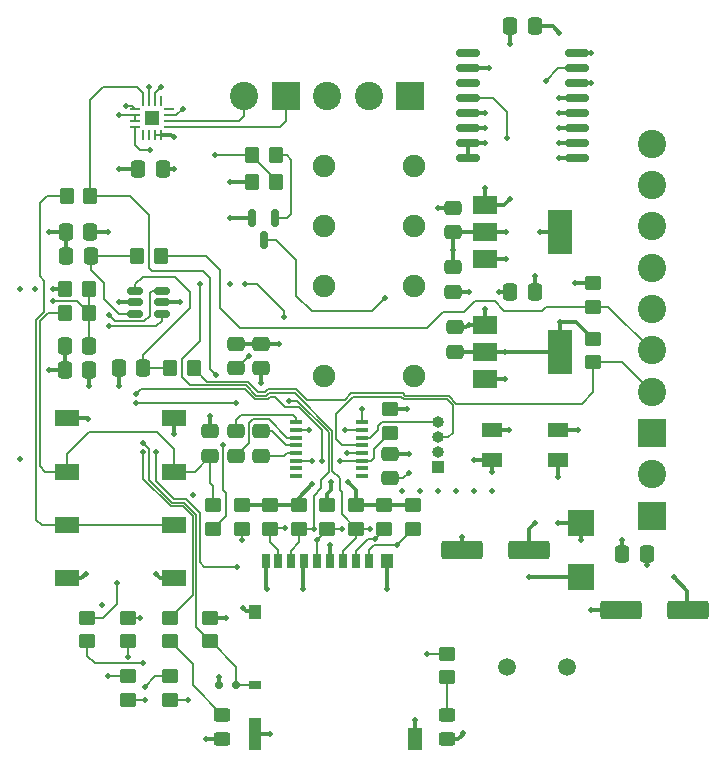
<source format=gbr>
%TF.GenerationSoftware,KiCad,Pcbnew,(7.0.0-0)*%
%TF.CreationDate,2023-06-26T00:58:40+02:00*%
%TF.ProjectId,door_bell,646f6f72-5f62-4656-9c6c-2e6b69636164,rev?*%
%TF.SameCoordinates,Original*%
%TF.FileFunction,Copper,L1,Top*%
%TF.FilePolarity,Positive*%
%FSLAX46Y46*%
G04 Gerber Fmt 4.6, Leading zero omitted, Abs format (unit mm)*
G04 Created by KiCad (PCBNEW (7.0.0-0)) date 2023-06-26 00:58:40*
%MOMM*%
%LPD*%
G01*
G04 APERTURE LIST*
G04 Aperture macros list*
%AMRoundRect*
0 Rectangle with rounded corners*
0 $1 Rounding radius*
0 $2 $3 $4 $5 $6 $7 $8 $9 X,Y pos of 4 corners*
0 Add a 4 corners polygon primitive as box body*
4,1,4,$2,$3,$4,$5,$6,$7,$8,$9,$2,$3,0*
0 Add four circle primitives for the rounded corners*
1,1,$1+$1,$2,$3*
1,1,$1+$1,$4,$5*
1,1,$1+$1,$6,$7*
1,1,$1+$1,$8,$9*
0 Add four rect primitives between the rounded corners*
20,1,$1+$1,$2,$3,$4,$5,0*
20,1,$1+$1,$4,$5,$6,$7,0*
20,1,$1+$1,$6,$7,$8,$9,0*
20,1,$1+$1,$8,$9,$2,$3,0*%
G04 Aperture macros list end*
%TA.AperFunction,ComponentPad*%
%ADD10C,1.905000*%
%TD*%
%TA.AperFunction,SMDPad,CuDef*%
%ADD11RoundRect,0.250000X0.450000X-0.350000X0.450000X0.350000X-0.450000X0.350000X-0.450000X-0.350000X0*%
%TD*%
%TA.AperFunction,SMDPad,CuDef*%
%ADD12R,1.300000X1.900000*%
%TD*%
%TA.AperFunction,SMDPad,CuDef*%
%ADD13R,1.000000X1.200000*%
%TD*%
%TA.AperFunction,SMDPad,CuDef*%
%ADD14R,1.000000X2.800000*%
%TD*%
%TA.AperFunction,SMDPad,CuDef*%
%ADD15R,1.000000X0.800000*%
%TD*%
%TA.AperFunction,SMDPad,CuDef*%
%ADD16R,0.700000X1.200000*%
%TD*%
%TA.AperFunction,ComponentPad*%
%ADD17C,1.500000*%
%TD*%
%TA.AperFunction,SMDPad,CuDef*%
%ADD18RoundRect,0.250000X-0.450000X0.350000X-0.450000X-0.350000X0.450000X-0.350000X0.450000X0.350000X0*%
%TD*%
%TA.AperFunction,SMDPad,CuDef*%
%ADD19R,1.700000X1.200000*%
%TD*%
%TA.AperFunction,SMDPad,CuDef*%
%ADD20RoundRect,0.250000X-0.475000X0.337500X-0.475000X-0.337500X0.475000X-0.337500X0.475000X0.337500X0*%
%TD*%
%TA.AperFunction,ComponentPad*%
%ADD21R,2.400000X2.400000*%
%TD*%
%TA.AperFunction,ComponentPad*%
%ADD22C,2.400000*%
%TD*%
%TA.AperFunction,SMDPad,CuDef*%
%ADD23RoundRect,0.250000X1.500000X0.550000X-1.500000X0.550000X-1.500000X-0.550000X1.500000X-0.550000X0*%
%TD*%
%TA.AperFunction,SMDPad,CuDef*%
%ADD24RoundRect,0.150000X-0.875000X-0.150000X0.875000X-0.150000X0.875000X0.150000X-0.875000X0.150000X0*%
%TD*%
%TA.AperFunction,SMDPad,CuDef*%
%ADD25R,2.100000X1.400000*%
%TD*%
%TA.AperFunction,SMDPad,CuDef*%
%ADD26RoundRect,0.250000X-0.337500X-0.475000X0.337500X-0.475000X0.337500X0.475000X-0.337500X0.475000X0*%
%TD*%
%TA.AperFunction,SMDPad,CuDef*%
%ADD27RoundRect,0.250000X0.337500X0.475000X-0.337500X0.475000X-0.337500X-0.475000X0.337500X-0.475000X0*%
%TD*%
%TA.AperFunction,SMDPad,CuDef*%
%ADD28RoundRect,0.150000X-0.150000X0.587500X-0.150000X-0.587500X0.150000X-0.587500X0.150000X0.587500X0*%
%TD*%
%TA.AperFunction,SMDPad,CuDef*%
%ADD29R,2.300000X2.300000*%
%TD*%
%TA.AperFunction,SMDPad,CuDef*%
%ADD30RoundRect,0.250000X-0.350000X-0.450000X0.350000X-0.450000X0.350000X0.450000X-0.350000X0.450000X0*%
%TD*%
%TA.AperFunction,SMDPad,CuDef*%
%ADD31RoundRect,0.150000X-0.512500X-0.150000X0.512500X-0.150000X0.512500X0.150000X-0.512500X0.150000X0*%
%TD*%
%TA.AperFunction,SMDPad,CuDef*%
%ADD32RoundRect,0.250000X0.475000X-0.337500X0.475000X0.337500X-0.475000X0.337500X-0.475000X-0.337500X0*%
%TD*%
%TA.AperFunction,SMDPad,CuDef*%
%ADD33R,2.000000X1.500000*%
%TD*%
%TA.AperFunction,SMDPad,CuDef*%
%ADD34R,2.000000X3.800000*%
%TD*%
%TA.AperFunction,SMDPad,CuDef*%
%ADD35RoundRect,0.250000X0.450000X-0.325000X0.450000X0.325000X-0.450000X0.325000X-0.450000X-0.325000X0*%
%TD*%
%TA.AperFunction,ComponentPad*%
%ADD36R,1.000000X1.000000*%
%TD*%
%TA.AperFunction,ComponentPad*%
%ADD37O,1.000000X1.000000*%
%TD*%
%TA.AperFunction,SMDPad,CuDef*%
%ADD38R,1.050000X0.450000*%
%TD*%
%TA.AperFunction,HeatsinkPad*%
%ADD39R,1.230000X1.230000*%
%TD*%
%TA.AperFunction,SMDPad,CuDef*%
%ADD40RoundRect,0.062500X-0.350000X-0.062500X0.350000X-0.062500X0.350000X0.062500X-0.350000X0.062500X0*%
%TD*%
%TA.AperFunction,SMDPad,CuDef*%
%ADD41RoundRect,0.062500X-0.062500X-0.350000X0.062500X-0.350000X0.062500X0.350000X-0.062500X0.350000X0*%
%TD*%
%TA.AperFunction,SMDPad,CuDef*%
%ADD42RoundRect,0.250000X0.350000X0.450000X-0.350000X0.450000X-0.350000X-0.450000X0.350000X-0.450000X0*%
%TD*%
%TA.AperFunction,SMDPad,CuDef*%
%ADD43RoundRect,0.150000X0.150000X0.200000X-0.150000X0.200000X-0.150000X-0.200000X0.150000X-0.200000X0*%
%TD*%
%TA.AperFunction,ViaPad*%
%ADD44C,0.500000*%
%TD*%
%TA.AperFunction,Conductor*%
%ADD45C,0.150000*%
%TD*%
%TA.AperFunction,Conductor*%
%ADD46C,0.300000*%
%TD*%
G04 APERTURE END LIST*
D10*
%TO.P,K1,1*%
%TO.N,Net-(D2-A)*%
X145791000Y-87107000D03*
%TO.P,K1,4*%
%TO.N,unconnected-(K1-Pad4)*%
X145791000Y-79487000D03*
%TO.P,K1,6*%
%TO.N,unconnected-(K1-Pad6)*%
X145791000Y-74407000D03*
%TO.P,K1,8*%
%TO.N,unconnected-(K1-Pad8)*%
X145791000Y-69327000D03*
%TO.P,K1,9*%
%TO.N,Net-(J3-Pin_3)*%
X138171000Y-69327000D03*
%TO.P,K1,11*%
%TO.N,Net-(J3-Pin_2)*%
X138171000Y-74407000D03*
%TO.P,K1,13*%
%TO.N,Net-(J3-Pin_1)*%
X138171000Y-79487000D03*
%TO.P,K1,16*%
%TO.N,+5V*%
X138171000Y-87107000D03*
%TD*%
D11*
%TO.P,R25,1*%
%TO.N,/~{S1_INPUT}*%
X160930000Y-85963000D03*
%TO.P,R25,2*%
%TO.N,+3V3*%
X160930000Y-83963000D03*
%TD*%
D12*
%TO.P,J5,11,SHIELD*%
%TO.N,GND*%
X145808599Y-117899599D03*
D13*
X143458599Y-102799599D03*
D14*
X132308599Y-117449599D03*
D13*
X132308599Y-107099599D03*
D15*
%TO.P,J5,10,DET_A*%
%TO.N,Net-(D4-A2)*%
X132308599Y-113299599D03*
D16*
%TO.P,J5,9,DET_B*%
%TO.N,GND*%
X133258599Y-102799599D03*
%TO.P,J5,8,DAT1*%
%TO.N,Net-(D5-A2)*%
X134208599Y-102799599D03*
%TO.P,J5,7,DAT0*%
%TO.N,/SPIMISO*%
X135308599Y-102799599D03*
%TO.P,J5,6,VSS*%
%TO.N,GND*%
X136408599Y-102799599D03*
%TO.P,J5,5,CLK*%
%TO.N,/SPICLK*%
X137508599Y-102799599D03*
%TO.P,J5,4,VDD*%
%TO.N,+3V3*%
X138608599Y-102799599D03*
%TO.P,J5,3,CMD*%
%TO.N,/SPIMOSI*%
X139708599Y-102799599D03*
%TO.P,J5,2,DAT3/CD*%
%TO.N,/SPICS*%
X140808599Y-102799599D03*
%TO.P,J5,1,DAT2*%
%TO.N,Net-(D12-A2)*%
X141908599Y-102799599D03*
%TD*%
D17*
%TO.P,F1,1*%
%TO.N,Net-(D1-Pad4)*%
X153670000Y-111760000D03*
%TO.P,F1,2*%
%TO.N,Net-(J1-Pin_2)*%
X158750000Y-111760000D03*
%TD*%
D18*
%TO.P,R21,1*%
%TO.N,+3V3*%
X143256000Y-98060000D03*
%TO.P,R21,2*%
%TO.N,/SPICS*%
X143256000Y-100060000D03*
%TD*%
%TO.P,R14,1*%
%TO.N,Net-(U6-IO22)*%
X125095000Y-112554000D03*
%TO.P,R14,2*%
%TO.N,/S1_RED*%
X125095000Y-114554000D03*
%TD*%
D19*
%TO.P,D1,1,+*%
%TO.N,+VDC*%
X152399999Y-91693999D03*
%TO.P,D1,2*%
%TO.N,Net-(J1-Pin_1)*%
X157987999Y-91693999D03*
%TO.P,D1,3,-*%
%TO.N,GND*%
X152399999Y-94233999D03*
%TO.P,D1,4*%
%TO.N,Net-(D1-Pad4)*%
X157987999Y-94233999D03*
%TD*%
D18*
%TO.P,R13,1*%
%TO.N,+3V3*%
X133604000Y-98044000D03*
%TO.P,R13,2*%
%TO.N,Net-(D5-A2)*%
X133604000Y-100044000D03*
%TD*%
D11*
%TO.P,R26,1*%
%TO.N,/~{S2_INPUT}*%
X160909000Y-81264000D03*
%TO.P,R26,2*%
%TO.N,+3V3*%
X160909000Y-79264000D03*
%TD*%
D18*
%TO.P,R12,1*%
%TO.N,Net-(U6-IO25)*%
X125095000Y-107585000D03*
%TO.P,R12,2*%
%TO.N,Net-(D8-A)*%
X125095000Y-109585000D03*
%TD*%
D20*
%TO.P,C9,1*%
%TO.N,+3V3*%
X130683000Y-84412000D03*
%TO.P,C9,2*%
%TO.N,Net-(U5-VS+)*%
X130683000Y-86487000D03*
%TD*%
D21*
%TO.P,J1,1,Pin_1*%
%TO.N,Net-(J1-Pin_1)*%
X165869999Y-98959999D03*
D22*
%TO.P,J1,2,Pin_2*%
%TO.N,Net-(J1-Pin_2)*%
X165870000Y-95460000D03*
%TD*%
D18*
%TO.P,R18,1*%
%TO.N,+3V3*%
X136017000Y-98060000D03*
%TO.P,R18,2*%
%TO.N,/SPIMISO*%
X136017000Y-100060000D03*
%TD*%
D23*
%TO.P,C2,1*%
%TO.N,+VDC*%
X168916000Y-106959400D03*
%TO.P,C2,2*%
%TO.N,GND*%
X163316000Y-106959400D03*
%TD*%
D24*
%TO.P,U4,1,32kHz*%
%TO.N,unconnected-(U4-32kHz-Pad1)*%
X150290000Y-59817000D03*
%TO.P,U4,2,V_{CC}*%
%TO.N,+3V3*%
X150290000Y-61087000D03*
%TO.P,U4,3,~{INT}/SQW*%
%TO.N,unconnected-(U4-~{INT}{slash}SQW-Pad3)*%
X150290000Y-62357000D03*
%TO.P,U4,4,~{RST}*%
%TO.N,Net-(U4-~{RST})*%
X150290000Y-63627000D03*
%TO.P,U4,5,NC*%
%TO.N,GND*%
X150290000Y-64897000D03*
%TO.P,U4,6,NC*%
X150290000Y-66167000D03*
%TO.P,U4,7,NC*%
X150290000Y-67437000D03*
%TO.P,U4,8,NC*%
X150290000Y-68707000D03*
%TO.P,U4,9,NC*%
X159590000Y-68707000D03*
%TO.P,U4,10,NC*%
X159590000Y-67437000D03*
%TO.P,U4,11,NC*%
X159590000Y-66167000D03*
%TO.P,U4,12,NC*%
X159590000Y-64897000D03*
%TO.P,U4,13,GND*%
X159590000Y-63627000D03*
%TO.P,U4,14,V_{BAT}*%
%TO.N,Net-(#FLG03-pwr)*%
X159590000Y-62357000D03*
%TO.P,U4,15,SDA*%
%TO.N,/SDA*%
X159590000Y-61087000D03*
%TO.P,U4,16,SCL*%
%TO.N,/SCL*%
X159590000Y-59817000D03*
%TD*%
D25*
%TO.P,SW2,1,1*%
%TO.N,GND*%
X125475999Y-104266999D03*
X116375999Y-104266999D03*
%TO.P,SW2,2,2*%
%TO.N,Net-(R7-Pad1)*%
X125475999Y-99766999D03*
X116375999Y-99766999D03*
%TD*%
D26*
%TO.P,C5,1*%
%TO.N,+VDC*%
X163406000Y-102235000D03*
%TO.P,C5,2*%
%TO.N,GND*%
X165481000Y-102235000D03*
%TD*%
D27*
%TO.P,C1,1*%
%TO.N,+VDC*%
X155977500Y-80010000D03*
%TO.P,C1,2*%
%TO.N,GND*%
X153902500Y-80010000D03*
%TD*%
D20*
%TO.P,C12,1*%
%TO.N,GND*%
X128524000Y-91821000D03*
%TO.P,C12,2*%
%TO.N,Net-(C12-Pad2)*%
X128524000Y-93896000D03*
%TD*%
D28*
%TO.P,Q1,1,B*%
%TO.N,Net-(Q1-B)*%
X133985000Y-73738500D03*
%TO.P,Q1,2,E*%
%TO.N,GND*%
X132085000Y-73738500D03*
%TO.P,Q1,3,C*%
%TO.N,Net-(D2-A)*%
X133035000Y-75613500D03*
%TD*%
D29*
%TO.P,D3,1,A1*%
%TO.N,GND*%
X159892999Y-104139999D03*
%TO.P,D3,2,A2*%
%TO.N,+VDC*%
X159892999Y-99567999D03*
%TD*%
D30*
%TO.P,R2,1*%
%TO.N,Net-(C12-Pad2)*%
X116221000Y-81788000D03*
%TO.P,R2,2*%
%TO.N,Net-(U6-EN)*%
X118221000Y-81788000D03*
%TD*%
D21*
%TO.P,J6,1,Pin_1*%
%TO.N,+3V3*%
X165869999Y-91949999D03*
D22*
%TO.P,J6,2,Pin_2*%
%TO.N,/~{S1_INPUT}*%
X165870000Y-88450000D03*
%TO.P,J6,3,Pin_3*%
%TO.N,/~{S2_INPUT}*%
X165870000Y-84950000D03*
%TO.P,J6,4,Pin_4*%
%TO.N,/S1_RED*%
X165870000Y-81450000D03*
%TO.P,J6,5,Pin_5*%
%TO.N,/S1_GREEN*%
X165870000Y-77950000D03*
%TO.P,J6,6,Pin_6*%
%TO.N,/S2_RED*%
X165870000Y-74450000D03*
%TO.P,J6,7,Pin_7*%
%TO.N,/S2_GREEN*%
X165870000Y-70950000D03*
%TO.P,J6,8,Pin_8*%
%TO.N,GND*%
X165870000Y-67450000D03*
%TD*%
D18*
%TO.P,R22,1*%
%TO.N,+3V3*%
X145669000Y-98044000D03*
%TO.P,R22,2*%
%TO.N,Net-(D12-A2)*%
X145669000Y-100044000D03*
%TD*%
D31*
%TO.P,U7,1*%
%TO.N,Net-(C19-Pad1)*%
X122179500Y-79949000D03*
%TO.P,U7,2,GND*%
%TO.N,GND*%
X122179500Y-80899000D03*
%TO.P,U7,3*%
%TO.N,Net-(C20-Pad1)*%
X122179500Y-81849000D03*
%TO.P,U7,4*%
%TO.N,Net-(U6-IO36)*%
X124454500Y-81849000D03*
%TO.P,U7,5,VCC*%
%TO.N,+3V3*%
X124454500Y-80899000D03*
%TO.P,U7,6*%
%TO.N,Net-(U6-IO39)*%
X124454500Y-79949000D03*
%TD*%
D18*
%TO.P,R4,1*%
%TO.N,+3V3*%
X143764000Y-89932000D03*
%TO.P,R4,2*%
%TO.N,Net-(U5-T1IN)*%
X143764000Y-91932000D03*
%TD*%
D32*
%TO.P,C8,1*%
%TO.N,+3V3*%
X149225000Y-85090000D03*
%TO.P,C8,2*%
%TO.N,GND*%
X149225000Y-83015000D03*
%TD*%
D18*
%TO.P,R16,1*%
%TO.N,Net-(U6-IO18)*%
X121539000Y-107585000D03*
%TO.P,R16,2*%
%TO.N,/S2_RED*%
X121539000Y-109585000D03*
%TD*%
D30*
%TO.P,R24,1*%
%TO.N,Net-(C20-Pad1)*%
X122317000Y-76962000D03*
%TO.P,R24,2*%
%TO.N,/~{S2_INPUT}*%
X124317000Y-76962000D03*
%TD*%
D27*
%TO.P,C15,1*%
%TO.N,Net-(U6-EN)*%
X118258500Y-84582000D03*
%TO.P,C15,2*%
%TO.N,GND*%
X116183500Y-84582000D03*
%TD*%
D33*
%TO.P,U1,1,GND*%
%TO.N,GND*%
X151789999Y-72629999D03*
%TO.P,U1,2,VO*%
%TO.N,+5V*%
X151789999Y-74929999D03*
D34*
X158089999Y-74929999D03*
D33*
%TO.P,U1,3,VI*%
%TO.N,+VDC*%
X151789999Y-77229999D03*
%TD*%
D18*
%TO.P,R11,1*%
%TO.N,Net-(U6-IO21)*%
X148590000Y-110633000D03*
%TO.P,R11,2*%
%TO.N,Net-(D7-A)*%
X148590000Y-112633000D03*
%TD*%
D30*
%TO.P,R23,1*%
%TO.N,Net-(C19-Pad1)*%
X125111000Y-86487000D03*
%TO.P,R23,2*%
%TO.N,/~{S1_INPUT}*%
X127111000Y-86487000D03*
%TD*%
D20*
%TO.P,C16,1*%
%TO.N,Net-(U5-C2+)*%
X132842000Y-91821000D03*
%TO.P,C16,2*%
%TO.N,Net-(U5-C2-)*%
X132842000Y-93896000D03*
%TD*%
D30*
%TO.P,R8,1*%
%TO.N,Net-(U6-IO12)*%
X132035000Y-68453000D03*
%TO.P,R8,2*%
%TO.N,Net-(Q1-B)*%
X134035000Y-68453000D03*
%TD*%
D35*
%TO.P,D8,1,K*%
%TO.N,GND*%
X129540000Y-117865000D03*
%TO.P,D8,2,A*%
%TO.N,Net-(D8-A)*%
X129540000Y-115815000D03*
%TD*%
D18*
%TO.P,R10,1*%
%TO.N,+3V3*%
X128524000Y-107585000D03*
%TO.P,R10,2*%
%TO.N,Net-(D4-A2)*%
X128524000Y-109585000D03*
%TD*%
D20*
%TO.P,C6,1*%
%TO.N,+5V*%
X149098000Y-77935000D03*
%TO.P,C6,2*%
%TO.N,GND*%
X149098000Y-80010000D03*
%TD*%
D36*
%TO.P,J4,1,Pin_1*%
%TO.N,GND*%
X147827999Y-94868999D03*
D37*
%TO.P,J4,2,Pin_2*%
%TO.N,unconnected-(J4-Pin_2-Pad2)*%
X147827999Y-93598999D03*
%TO.P,J4,3,Pin_3*%
%TO.N,Net-(J4-Pin_3)*%
X147827999Y-92328999D03*
%TO.P,J4,4,Pin_4*%
%TO.N,Net-(J4-Pin_4)*%
X147827999Y-91058999D03*
%TD*%
D23*
%TO.P,C7,1*%
%TO.N,+VDC*%
X155454000Y-101854000D03*
%TO.P,C7,2*%
%TO.N,GND*%
X149854000Y-101854000D03*
%TD*%
D35*
%TO.P,D7,1,K*%
%TO.N,GND*%
X148590000Y-117865000D03*
%TO.P,D7,2,A*%
%TO.N,Net-(D7-A)*%
X148590000Y-115815000D03*
%TD*%
D30*
%TO.P,R7,2*%
%TO.N,/BCLK*%
X118348000Y-71882000D03*
%TO.P,R7,1*%
%TO.N,Net-(R7-Pad1)*%
X116348000Y-71882000D03*
%TD*%
D38*
%TO.P,U5,1,C1+*%
%TO.N,Net-(U5-C1+)*%
X135781999Y-91043999D03*
%TO.P,U5,2,VS+*%
%TO.N,Net-(U5-VS+)*%
X135781999Y-91693999D03*
%TO.P,U5,3,C1-*%
%TO.N,Net-(U5-C1-)*%
X135781999Y-92343999D03*
%TO.P,U5,4,C2+*%
%TO.N,Net-(U5-C2+)*%
X135781999Y-92993999D03*
%TO.P,U5,5,C2-*%
%TO.N,Net-(U5-C2-)*%
X135781999Y-93643999D03*
%TO.P,U5,6,VS-*%
%TO.N,Net-(U5-VS-)*%
X135781999Y-94293999D03*
%TO.P,U5,7,T2OUT*%
%TO.N,unconnected-(U5-T2OUT-Pad7)*%
X135781999Y-94943999D03*
%TO.P,U5,8,R2IN*%
%TO.N,unconnected-(U5-R2IN-Pad8)*%
X135781999Y-95593999D03*
%TO.P,U5,9,R2OUT*%
%TO.N,unconnected-(U5-R2OUT-Pad9)*%
X141331999Y-95593999D03*
%TO.P,U5,10,T2IN*%
%TO.N,unconnected-(U5-T2IN-Pad10)*%
X141331999Y-94943999D03*
%TO.P,U5,11,T1IN*%
%TO.N,Net-(U5-T1IN)*%
X141331999Y-94293999D03*
%TO.P,U5,12,R1OUT*%
%TO.N,Net-(U5-R1OUT)*%
X141331999Y-93643999D03*
%TO.P,U5,13,R1IN*%
%TO.N,Net-(J4-Pin_3)*%
X141331999Y-92993999D03*
%TO.P,U5,14,T1OUT*%
%TO.N,Net-(J4-Pin_4)*%
X141331999Y-92343999D03*
%TO.P,U5,15,GND*%
%TO.N,GND*%
X141331999Y-91693999D03*
%TO.P,U5,16,VCC*%
%TO.N,+3V3*%
X141331999Y-91043999D03*
%TD*%
D39*
%TO.P,U2,*%
%TO.N,*%
X123570999Y-65277999D03*
D40*
%TO.P,U2,1,DIN*%
%TO.N,/DOUT*%
X122133500Y-64528000D03*
%TO.P,U2,2,GAIN_SLOT*%
%TO.N,GND*%
X122133500Y-65028000D03*
%TO.P,U2,3,GND*%
X122133500Y-65528000D03*
%TO.P,U2,4,~{SD_MODE}*%
%TO.N,/~{SD_MODE}*%
X122133500Y-66028000D03*
D41*
%TO.P,U2,5,NC*%
%TO.N,unconnected-(U2-NC-Pad5)*%
X122821000Y-66715500D03*
%TO.P,U2,6,NC*%
%TO.N,unconnected-(U2-NC-Pad6)*%
X123321000Y-66715500D03*
%TO.P,U2,7,VDD*%
%TO.N,+5V*%
X123821000Y-66715500D03*
%TO.P,U2,8,VDD*%
X124321000Y-66715500D03*
D40*
%TO.P,U2,9,OUTP*%
%TO.N,Net-(J2-Pin_1)*%
X125008500Y-66028000D03*
%TO.P,U2,10,OUTN*%
%TO.N,Net-(J2-Pin_2)*%
X125008500Y-65528000D03*
%TO.P,U2,11,GND*%
%TO.N,GND*%
X125008500Y-65028000D03*
%TO.P,U2,12,NC*%
%TO.N,unconnected-(U2-NC-Pad12)*%
X125008500Y-64528000D03*
D41*
%TO.P,U2,13,NC*%
%TO.N,unconnected-(U2-NC-Pad13)*%
X124321000Y-63840500D03*
%TO.P,U2,14,LRCLK*%
%TO.N,/LRCLK*%
X123821000Y-63840500D03*
%TO.P,U2,15,GND*%
%TO.N,GND*%
X123321000Y-63840500D03*
%TO.P,U2,16,BCLK*%
%TO.N,/BCLK*%
X122821000Y-63840500D03*
%TD*%
D18*
%TO.P,R17,1*%
%TO.N,Net-(U6-IO19)*%
X118110000Y-107585000D03*
%TO.P,R17,2*%
%TO.N,/S2_GREEN*%
X118110000Y-109585000D03*
%TD*%
D21*
%TO.P,J2,1,Pin_1*%
%TO.N,Net-(J2-Pin_1)*%
X134879999Y-63439999D03*
D22*
%TO.P,J2,2,Pin_2*%
%TO.N,Net-(J2-Pin_2)*%
X131380000Y-63440000D03*
%TD*%
D42*
%TO.P,R9,1*%
%TO.N,Net-(U6-IO12)*%
X134051000Y-70739000D03*
%TO.P,R9,2*%
%TO.N,GND*%
X132051000Y-70739000D03*
%TD*%
D18*
%TO.P,R19,1*%
%TO.N,+3V3*%
X138430000Y-98060000D03*
%TO.P,R19,2*%
%TO.N,/SPICLK*%
X138430000Y-100060000D03*
%TD*%
D27*
%TO.P,C19,1*%
%TO.N,Net-(C19-Pad1)*%
X122830500Y-86487000D03*
%TO.P,C19,2*%
%TO.N,GND*%
X120755500Y-86487000D03*
%TD*%
D21*
%TO.P,J3,1,Pin_1*%
%TO.N,Net-(J3-Pin_1)*%
X145429999Y-63439999D03*
D22*
%TO.P,J3,2,Pin_2*%
%TO.N,Net-(J3-Pin_2)*%
X141930000Y-63440000D03*
%TO.P,J3,3,Pin_3*%
%TO.N,Net-(J3-Pin_3)*%
X138430000Y-63440000D03*
%TD*%
D20*
%TO.P,C13,1*%
%TO.N,+3V3*%
X132842000Y-84412000D03*
%TO.P,C13,2*%
%TO.N,GND*%
X132842000Y-86487000D03*
%TD*%
D32*
%TO.P,C4,2*%
%TO.N,GND*%
X149098000Y-72876500D03*
%TO.P,C4,1*%
%TO.N,+5V*%
X149098000Y-74951500D03*
%TD*%
D18*
%TO.P,R15,1*%
%TO.N,Net-(U6-IO23)*%
X121539000Y-112554000D03*
%TO.P,R15,2*%
%TO.N,/S1_GREEN*%
X121539000Y-114554000D03*
%TD*%
D27*
%TO.P,C18,1*%
%TO.N,+3V3*%
X118364000Y-74930000D03*
%TO.P,C18,2*%
%TO.N,GND*%
X116289000Y-74930000D03*
%TD*%
%TO.P,C3,1*%
%TO.N,+5V*%
X124469500Y-69596000D03*
%TO.P,C3,2*%
%TO.N,GND*%
X122394500Y-69596000D03*
%TD*%
%TO.P,C14,1*%
%TO.N,GND*%
X155977500Y-57531000D03*
%TO.P,C14,2*%
%TO.N,+3V3*%
X153902500Y-57531000D03*
%TD*%
D11*
%TO.P,R1,1*%
%TO.N,Net-(U4-~{RST})*%
X128778000Y-100060000D03*
%TO.P,R1,2*%
%TO.N,Net-(C12-Pad2)*%
X128778000Y-98060000D03*
%TD*%
D32*
%TO.P,C17,1*%
%TO.N,Net-(U5-VS-)*%
X143764000Y-95801000D03*
%TO.P,C17,2*%
%TO.N,GND*%
X143764000Y-93726000D03*
%TD*%
D25*
%TO.P,SW1,2,2*%
%TO.N,Net-(C12-Pad2)*%
X125453999Y-95213999D03*
X116353999Y-95213999D03*
%TO.P,SW1,1,1*%
%TO.N,GND*%
X125453999Y-90713999D03*
X116353999Y-90713999D03*
%TD*%
D18*
%TO.P,R6,1*%
%TO.N,+3V3*%
X131191000Y-98060000D03*
%TO.P,R6,2*%
%TO.N,/SCL*%
X131191000Y-100060000D03*
%TD*%
D33*
%TO.P,U3,1,GND*%
%TO.N,GND*%
X151789999Y-82803999D03*
%TO.P,U3,2,VO*%
%TO.N,+3V3*%
X151789999Y-85103999D03*
D34*
X158089999Y-85103999D03*
D33*
%TO.P,U3,3,VI*%
%TO.N,+5V*%
X151789999Y-87403999D03*
%TD*%
D30*
%TO.P,R3,1*%
%TO.N,+3V3*%
X116230400Y-79730600D03*
%TO.P,R3,2*%
%TO.N,Net-(U6-EN)*%
X118230400Y-79730600D03*
%TD*%
D43*
%TO.P,D4,1,A1*%
%TO.N,GND*%
X129286000Y-113284000D03*
%TO.P,D4,2,A2*%
%TO.N,Net-(D4-A2)*%
X130686000Y-113284000D03*
%TD*%
D27*
%TO.P,C20,1*%
%TO.N,Net-(C20-Pad1)*%
X118385500Y-76962000D03*
%TO.P,C20,2*%
%TO.N,GND*%
X116310500Y-76962000D03*
%TD*%
D20*
%TO.P,C11,1*%
%TO.N,Net-(U5-C1+)*%
X130683000Y-91821000D03*
%TO.P,C11,2*%
%TO.N,Net-(U5-C1-)*%
X130683000Y-93896000D03*
%TD*%
D27*
%TO.P,C10,1*%
%TO.N,+3V3*%
X118258500Y-86614000D03*
%TO.P,C10,2*%
%TO.N,GND*%
X116183500Y-86614000D03*
%TD*%
D18*
%TO.P,R20,1*%
%TO.N,+3V3*%
X140843000Y-98060000D03*
%TO.P,R20,2*%
%TO.N,/SPIMOSI*%
X140843000Y-100060000D03*
%TD*%
D44*
%TO.N,Net-(#FLG03-pwr)*%
X160756600Y-62357000D03*
%TO.N,/SCL*%
X131191000Y-101041200D03*
%TO.N,+3V3*%
X137160000Y-96266000D03*
%TO.N,Net-(U5-T1IN)*%
X139522200Y-94310200D03*
X137972800Y-94310200D03*
X122250200Y-88620600D03*
%TO.N,Net-(U6-IO39)*%
X119938800Y-81991200D03*
%TO.N,Net-(U6-IO36)*%
X119938800Y-82931000D03*
%TO.N,Net-(U5-R1OUT)*%
X122250200Y-89408000D03*
X130708400Y-89408000D03*
%TO.N,Net-(U5-VS-)*%
X137160000Y-94294000D03*
%TO.N,Net-(U5-R1OUT)*%
X140106400Y-93649800D03*
%TO.N,Net-(U5-VS+)*%
X131800600Y-85394800D03*
X136855200Y-91694000D03*
%TO.N,/SPIMISO*%
X131470400Y-79349600D03*
X134721600Y-82118200D03*
X135153400Y-89204800D03*
%TO.N,+3V3*%
X138733100Y-96088200D03*
%TO.N,/SPICS*%
X130802595Y-103261500D03*
%TO.N,GND*%
X128143000Y-117856000D03*
X133553200Y-117449600D03*
%TO.N,+3V3*%
X127027039Y-97202307D03*
%TO.N,/SPICS*%
X123901200Y-93537700D03*
%TO.N,Net-(U6-IO25)*%
X122834400Y-93537700D03*
%TO.N,Net-(D2-A)*%
X143281400Y-80543400D03*
%TO.N,+3V3*%
X159394400Y-79264000D03*
%TO.N,/~{SD_MODE}*%
X123393200Y-67970400D03*
%TO.N,/DOUT*%
X121376100Y-64236600D03*
%TO.N,/LRCLK*%
X124333000Y-62687200D03*
%TO.N,/SPICLK*%
X137508600Y-100981400D03*
%TO.N,/SPICS*%
X142422500Y-100893500D03*
%TO.N,Net-(D12-A2)*%
X144290800Y-101422200D03*
%TO.N,/SPIMOSI*%
X142062200Y-100050600D03*
%TO.N,/SPICLK*%
X139674600Y-100076000D03*
%TO.N,/SPIMISO*%
X137261600Y-100050600D03*
%TO.N,Net-(D5-A2)*%
X134823200Y-100025200D03*
%TO.N,Net-(U5-VS-)*%
X145313400Y-95351600D03*
%TO.N,GND*%
X145313400Y-93726000D03*
X139877800Y-91694000D03*
%TO.N,Net-(U6-EN)*%
X115189000Y-80772000D03*
%TO.N,/SPIMOSI*%
X127660000Y-79349600D03*
%TO.N,+3V3*%
X140182600Y-96088200D03*
%TO.N,Net-(U6-IO12)*%
X128930400Y-68427600D03*
%TO.N,GND*%
X126161800Y-64490600D03*
%TO.N,/BCLK*%
X129006600Y-87045800D03*
%TO.N,Net-(D4-A2)*%
X122834400Y-92760800D03*
%TO.N,Net-(U6-IO18)*%
X122580400Y-107594400D03*
%TO.N,Net-(U6-IO19)*%
X120624600Y-104622600D03*
%TO.N,Net-(U6-IO22)*%
X122961400Y-113436400D03*
%TO.N,Net-(U6-IO23)*%
X119862600Y-112547400D03*
%TO.N,GND*%
X147777200Y-72872600D03*
%TO.N,Net-(U4-~{RST})*%
X153619200Y-66954400D03*
%TO.N,Net-(U6-IO21)*%
X146888200Y-110642400D03*
%TO.N,Net-(U4-~{RST})*%
X129590800Y-92964000D03*
%TO.N,/SCL*%
X160756600Y-59817000D03*
%TO.N,/SDA*%
X156946600Y-62128400D03*
%TO.N,/S2_GREEN*%
X122809000Y-111455200D03*
%TO.N,/S2_RED*%
X121539000Y-110921800D03*
%TO.N,+3V3*%
X158090000Y-82550000D03*
%TO.N,/S1_GREEN*%
X122961400Y-114554000D03*
%TO.N,+VDC*%
X159893000Y-101015800D03*
%TO.N,/S1_RED*%
X126644400Y-114554000D03*
%TO.N,+VDC*%
X163398200Y-101015800D03*
%TO.N,GND*%
X165481000Y-103149400D03*
%TO.N,+VDC*%
X167741600Y-104140000D03*
%TO.N,Net-(D1-Pad4)*%
X157988000Y-95707200D03*
%TO.N,Net-(J1-Pin_1)*%
X159639000Y-91694000D03*
%TO.N,+5V*%
X125399800Y-69596000D03*
X125399800Y-66929000D03*
%TO.N,+3V3*%
X138607800Y-101422200D03*
X129844800Y-107594400D03*
%TO.N,+5V*%
X153466800Y-87401400D03*
%TO.N,+3V3*%
X153898600Y-59029600D03*
X152120600Y-61087000D03*
%TO.N,+VDC*%
X155981400Y-99568000D03*
X157962600Y-99568000D03*
X153771600Y-91694000D03*
X155981400Y-78689200D03*
X153568400Y-77241400D03*
%TO.N,+5V*%
X156413200Y-74904600D03*
X153568400Y-74904600D03*
X149098000Y-76454000D03*
%TO.N,GND*%
X120751600Y-87960200D03*
X151790400Y-67437000D03*
X149854000Y-100787200D03*
X118160800Y-90728800D03*
X120751600Y-69596000D03*
X151790400Y-71247000D03*
X131318000Y-106807000D03*
X150393400Y-80010000D03*
X114833400Y-74930000D03*
X123317000Y-62661800D03*
X158064200Y-64897000D03*
X114833400Y-86614000D03*
X130200400Y-79349600D03*
X158064200Y-63627000D03*
X130200400Y-70739000D03*
X151790400Y-66167000D03*
X158064200Y-67437000D03*
X150393400Y-82804000D03*
X132842000Y-87757000D03*
X150876000Y-96901000D03*
X117983000Y-103886000D03*
X155473400Y-104140000D03*
X125450600Y-91998800D03*
X130200400Y-73736200D03*
X147828000Y-96901000D03*
X146304000Y-96901000D03*
X144780000Y-96901000D03*
X152400000Y-96901000D03*
X152984200Y-80010000D03*
X133273800Y-105170900D03*
X158064200Y-68707000D03*
X145821400Y-116230400D03*
X119380000Y-106502200D03*
X120751600Y-80899000D03*
X143484600Y-105181400D03*
X151790400Y-81483200D03*
X152400000Y-95250000D03*
X136398000Y-105181400D03*
X149885400Y-117373400D03*
X120751600Y-65024000D03*
X129286000Y-112649000D03*
X112420400Y-94183200D03*
X112420400Y-79781400D03*
X150876000Y-94234000D03*
X151790400Y-64897000D03*
X160731200Y-106959400D03*
X123875800Y-103886000D03*
X149352000Y-96901000D03*
X128524000Y-90500200D03*
X158064200Y-58089800D03*
X153873200Y-72136000D03*
X158064200Y-66167000D03*
%TO.N,+3V3*%
X145186400Y-89941400D03*
X134366000Y-84404200D03*
X113690400Y-79730600D03*
X119811800Y-74930000D03*
X153466800Y-85115400D03*
X141325600Y-89941400D03*
X125933200Y-80899000D03*
X115189000Y-79730600D03*
X118262400Y-87960200D03*
%TD*%
D45*
%TO.N,Net-(R7-Pad1)*%
X116376000Y-99767000D02*
X114245000Y-99767000D01*
X114245000Y-99767000D02*
X113792000Y-99314000D01*
X113792000Y-99314000D02*
X113792000Y-82354336D01*
X113792000Y-82354336D02*
X114452400Y-81693936D01*
X114452400Y-81693936D02*
X114452400Y-79044800D01*
X114452400Y-79044800D02*
X114108400Y-78700800D01*
X114108400Y-78700800D02*
X114108400Y-72454600D01*
X114108400Y-72454600D02*
X114681000Y-71882000D01*
X114681000Y-71882000D02*
X116348000Y-71882000D01*
%TO.N,/~{S2_INPUT}*%
X124317000Y-76962000D02*
X128117600Y-76962000D01*
X128117600Y-76962000D02*
X129311400Y-78155800D01*
X150901400Y-80797400D02*
X152628600Y-80797400D01*
X129311400Y-78155800D02*
X129311400Y-81407000D01*
X146862800Y-83083400D02*
X148234400Y-81711800D01*
X148234400Y-81711800D02*
X149987000Y-81711800D01*
X152628600Y-80797400D02*
X153416000Y-81584800D01*
X129311400Y-81407000D02*
X130987800Y-83083400D01*
X130987800Y-83083400D02*
X146862800Y-83083400D01*
X149987000Y-81711800D02*
X150901400Y-80797400D01*
X153416000Y-81584800D02*
X156616400Y-81584800D01*
X156616400Y-81584800D02*
X156937200Y-81264000D01*
X156937200Y-81264000D02*
X160909000Y-81264000D01*
%TO.N,/~{S1_INPUT}*%
X128228600Y-87604600D02*
X131664295Y-87604600D01*
X135780864Y-88265000D02*
X136669864Y-89154000D01*
X132541695Y-88482000D02*
X133142305Y-88482000D01*
X127111000Y-86487000D02*
X128228600Y-87604600D01*
X131664295Y-87604600D02*
X132541695Y-88482000D01*
X133359305Y-88265000D02*
X135780864Y-88265000D01*
X133142305Y-88482000D02*
X133359305Y-88265000D01*
X136669864Y-89154000D02*
X139885336Y-89154000D01*
X144802664Y-88600000D02*
X145005864Y-88803200D01*
X140439336Y-88600000D02*
X144802664Y-88600000D01*
X139885336Y-89154000D02*
X140439336Y-88600000D01*
X145005864Y-88803200D02*
X148688864Y-88803200D01*
X148688864Y-88803200D02*
X149344464Y-89458800D01*
X149344464Y-89458800D02*
X159943800Y-89458800D01*
X159943800Y-89458800D02*
X160930000Y-88472600D01*
X160930000Y-88472600D02*
X160930000Y-85963000D01*
X165870000Y-88450000D02*
X163383000Y-85963000D01*
X163383000Y-85963000D02*
X160930000Y-85963000D01*
%TO.N,Net-(J4-Pin_3)*%
X141332000Y-92994000D02*
X139653800Y-92994000D01*
X139653800Y-92994000D02*
X139152800Y-92493000D01*
X139152800Y-92493000D02*
X139152800Y-90310800D01*
X139152800Y-90310800D02*
X140563600Y-88900000D01*
X140563600Y-88900000D02*
X144678400Y-88900000D01*
X144678400Y-88900000D02*
X144881600Y-89103200D01*
X144881600Y-89103200D02*
X148564600Y-89103200D01*
X148564600Y-89103200D02*
X149072600Y-89611200D01*
X149072600Y-89611200D02*
X149072600Y-91922600D01*
X149072600Y-91922600D02*
X148666200Y-92329000D01*
X148666200Y-92329000D02*
X147828000Y-92329000D01*
%TO.N,Net-(D2-A)*%
X143281400Y-80543400D02*
X142189200Y-81635600D01*
X142189200Y-81635600D02*
X137109200Y-81635600D01*
X135788400Y-77317600D02*
X134084300Y-75613500D01*
X137109200Y-81635600D02*
X135788400Y-80314800D01*
X135788400Y-80314800D02*
X135788400Y-77317600D01*
X134084300Y-75613500D02*
X133035000Y-75613500D01*
%TO.N,Net-(C12-Pad2)*%
X116354000Y-95214000D02*
X116354000Y-93729400D01*
X116354000Y-93729400D02*
X118211600Y-91871800D01*
X118211600Y-91871800D02*
X123977400Y-91871800D01*
X123977400Y-91871800D02*
X125454000Y-93348400D01*
X125454000Y-93348400D02*
X125454000Y-95214000D01*
%TO.N,Net-(D4-A2)*%
X128524000Y-109585000D02*
X128533400Y-109585000D01*
X128533400Y-109585000D02*
X130686000Y-111737600D01*
X130686000Y-111737600D02*
X130686000Y-113284000D01*
X122834400Y-92760800D02*
X123342400Y-93268800D01*
X126326536Y-97845600D02*
X127335000Y-98854064D01*
X123342400Y-95910400D02*
X125277600Y-97845600D01*
X123342400Y-93268800D02*
X123342400Y-95910400D01*
X125277600Y-97845600D02*
X126326536Y-97845600D01*
X127335000Y-108396000D02*
X128524000Y-109585000D01*
X127335000Y-98854064D02*
X127335000Y-108396000D01*
%TO.N,/SPICS*%
X123901200Y-95986600D02*
X125460200Y-97545600D01*
X126450800Y-97545600D02*
X127635000Y-98729800D01*
X125460200Y-97545600D02*
X126450800Y-97545600D01*
X123901200Y-93537700D02*
X123901200Y-95986600D01*
X127635000Y-98729800D02*
X127635000Y-102895400D01*
X127635000Y-102895400D02*
X128001100Y-103261500D01*
X128001100Y-103261500D02*
X130802595Y-103261500D01*
%TO.N,Net-(U6-IO25)*%
X122834400Y-93537700D02*
X122834400Y-95826664D01*
X122834400Y-95826664D02*
X125153336Y-98145600D01*
X125153336Y-98145600D02*
X126202272Y-98145600D01*
X126202272Y-98145600D02*
X127035000Y-98978328D01*
X127035000Y-98978328D02*
X127035000Y-105654400D01*
X127035000Y-105654400D02*
X125104400Y-107585000D01*
X125104400Y-107585000D02*
X125095000Y-107585000D01*
%TO.N,Net-(C20-Pad1)*%
X122179500Y-81849000D02*
X122169300Y-81838800D01*
X122169300Y-81838800D02*
X120777000Y-81838800D01*
X120777000Y-81838800D02*
X119507000Y-80568800D01*
X119507000Y-80568800D02*
X119507000Y-79248000D01*
X119507000Y-79248000D02*
X118385500Y-78126500D01*
X118385500Y-78126500D02*
X118385500Y-76962000D01*
D46*
%TO.N,GND*%
X165481000Y-102235000D02*
X165481000Y-103149400D01*
D45*
%TO.N,/SCL*%
X159590000Y-59817000D02*
X160756600Y-59817000D01*
%TO.N,Net-(#FLG03-pwr)*%
X160756600Y-62357000D02*
X159590000Y-62357000D01*
%TO.N,/BCLK*%
X118348000Y-71882000D02*
X121716800Y-71882000D01*
X121716800Y-71882000D02*
X123317000Y-73482200D01*
X123317000Y-73482200D02*
X123317000Y-77978000D01*
X123596400Y-78257400D02*
X127914400Y-78257400D01*
X123317000Y-77978000D02*
X123596400Y-78257400D01*
X127914400Y-78257400D02*
X128524000Y-78867000D01*
X128524000Y-78867000D02*
X128524000Y-86563200D01*
X128524000Y-86563200D02*
X129006600Y-87045800D01*
%TO.N,/SPIMISO*%
X134721600Y-82118200D02*
X134721600Y-81584800D01*
X134721600Y-81584800D02*
X132486400Y-79349600D01*
X132486400Y-79349600D02*
X131470400Y-79349600D01*
D46*
%TO.N,+3V3*%
X137160000Y-96266000D02*
X137160000Y-96291400D01*
X137160000Y-96291400D02*
X136017000Y-97434400D01*
X136017000Y-97434400D02*
X136017000Y-98060000D01*
D45*
%TO.N,Net-(C19-Pad1)*%
X122830500Y-86487000D02*
X122830500Y-85373300D01*
X122830500Y-85373300D02*
X126796800Y-81407000D01*
X126796800Y-80035400D02*
X125501400Y-78740000D01*
X126796800Y-81407000D02*
X126796800Y-80035400D01*
X125501400Y-78740000D02*
X122809000Y-78740000D01*
X122809000Y-78740000D02*
X122179500Y-79369500D01*
X122179500Y-79369500D02*
X122179500Y-79949000D01*
%TO.N,Net-(C12-Pad2)*%
X125454000Y-95214000D02*
X127206000Y-95214000D01*
X127206000Y-95214000D02*
X128524000Y-93896000D01*
%TO.N,Net-(D8-A)*%
X125095000Y-109585000D02*
X125104400Y-109585000D01*
X125104400Y-109585000D02*
X127025400Y-111506000D01*
X127025400Y-111506000D02*
X127025400Y-113300400D01*
X127025400Y-113300400D02*
X129540000Y-115815000D01*
D46*
%TO.N,GND*%
X123875800Y-103886000D02*
X124256800Y-104267000D01*
X124256800Y-104267000D02*
X125476000Y-104267000D01*
D45*
%TO.N,/SCL*%
X131191000Y-100060000D02*
X131191000Y-101041200D01*
%TO.N,Net-(D4-A2)*%
X130686000Y-113284000D02*
X130701600Y-113299600D01*
X130701600Y-113299600D02*
X132308600Y-113299600D01*
%TO.N,Net-(U5-T1IN)*%
X139522200Y-94310200D02*
X141315800Y-94310200D01*
X141315800Y-94310200D02*
X141332000Y-94294000D01*
D46*
%TO.N,GND*%
X143484600Y-105181400D02*
X143484600Y-102825600D01*
X143484600Y-102825600D02*
X143458600Y-102799600D01*
X136398000Y-105181400D02*
X136398000Y-102765000D01*
X133273800Y-105170900D02*
X133248000Y-105145100D01*
X133248000Y-105145100D02*
X133248000Y-102765000D01*
D45*
%TO.N,Net-(U6-IO19)*%
X120624600Y-104622600D02*
X120624600Y-106426000D01*
X120624600Y-106426000D02*
X119465600Y-107585000D01*
X119465600Y-107585000D02*
X118110000Y-107585000D01*
%TO.N,Net-(U5-VS-)*%
X145313400Y-95351600D02*
X144864000Y-95801000D01*
X144864000Y-95801000D02*
X143764000Y-95801000D01*
%TO.N,Net-(U6-IO36)*%
X119938800Y-82931000D02*
X123952000Y-82931000D01*
X123952000Y-82931000D02*
X124454500Y-82428500D01*
X124454500Y-82428500D02*
X124454500Y-81849000D01*
%TO.N,Net-(U6-IO39)*%
X119938800Y-81991200D02*
X120446800Y-82499200D01*
X120446800Y-82499200D02*
X122910600Y-82499200D01*
X122910600Y-82499200D02*
X123367800Y-82042000D01*
X123367800Y-82042000D02*
X123367800Y-80137000D01*
X123555800Y-79949000D02*
X124454500Y-79949000D01*
X123367800Y-80137000D02*
X123555800Y-79949000D01*
%TO.N,/SPIMISO*%
X137261600Y-100050600D02*
X137261600Y-97256600D01*
X137261600Y-97256600D02*
X137905000Y-96613200D01*
X137905000Y-95890995D02*
X138552800Y-95243195D01*
X135872136Y-89204800D02*
X135153400Y-89204800D01*
X137905000Y-96613200D02*
X137905000Y-95890995D01*
X138552800Y-95243195D02*
X138552800Y-91885464D01*
X138552800Y-91885464D02*
X135872136Y-89204800D01*
%TO.N,Net-(U5-R1OUT)*%
X140106400Y-93649800D02*
X140112200Y-93644000D01*
X140112200Y-93644000D02*
X141332000Y-93644000D01*
%TO.N,Net-(U5-T1IN)*%
X122250200Y-88620600D02*
X122656600Y-88214200D01*
X122656600Y-88214200D02*
X131425367Y-88214200D01*
X131425367Y-88214200D02*
X132293167Y-89082000D01*
X132293167Y-89082000D02*
X133390833Y-89082000D01*
X133390833Y-89082000D02*
X133557033Y-88915800D01*
X133557033Y-88915800D02*
X134000800Y-88915800D01*
X134000800Y-88915800D02*
X134823200Y-89738200D01*
X134823200Y-89738200D02*
X135981272Y-89738200D01*
X135981272Y-89738200D02*
X137972800Y-91729728D01*
X137972800Y-91729728D02*
X137972800Y-94310200D01*
%TO.N,/SPIMOSI*%
X127660000Y-79349600D02*
X127660400Y-79350000D01*
X126085600Y-87198200D02*
X126792000Y-87904600D01*
X127660400Y-79350000D02*
X127660400Y-84124800D01*
X127660400Y-84124800D02*
X126085600Y-85699600D01*
X126085600Y-85699600D02*
X126085600Y-87198200D01*
X126792000Y-87904600D02*
X131540031Y-87904600D01*
X131540031Y-87904600D02*
X132417431Y-88782000D01*
X132417431Y-88782000D02*
X133266569Y-88782000D01*
X133266569Y-88782000D02*
X133483569Y-88565000D01*
X133483569Y-88565000D02*
X135656600Y-88565000D01*
X135656600Y-88565000D02*
X138852800Y-91761200D01*
X138852800Y-91761200D02*
X138852800Y-95139400D01*
X138852800Y-95139400D02*
X139457850Y-95744450D01*
X139457850Y-95744450D02*
X139457850Y-96774000D01*
X139457850Y-96774000D02*
X139623800Y-96939950D01*
X139623800Y-96939950D02*
X139623800Y-98840800D01*
X139623800Y-98840800D02*
X140843000Y-100060000D01*
%TO.N,Net-(Q1-B)*%
X134035000Y-68453000D02*
X135026400Y-68453000D01*
X135382000Y-68808600D02*
X135382000Y-73380600D01*
X135382000Y-73380600D02*
X135024100Y-73738500D01*
X135026400Y-68453000D02*
X135382000Y-68808600D01*
X135024100Y-73738500D02*
X133985000Y-73738500D01*
%TO.N,/SPIMISO*%
X136017000Y-100060000D02*
X136017000Y-101219000D01*
X136017000Y-101219000D02*
X135308600Y-101927400D01*
X135308600Y-101927400D02*
X135308600Y-102799600D01*
%TO.N,/SPICS*%
X142422500Y-100893500D02*
X141828900Y-100893500D01*
X141828900Y-100893500D02*
X140808600Y-101913800D01*
X140808600Y-101913800D02*
X140808600Y-102799600D01*
D46*
%TO.N,+3V3*%
X138430000Y-98060000D02*
X138430000Y-97104200D01*
X138430000Y-97104200D02*
X138733100Y-96801100D01*
X138733100Y-96801100D02*
X138733100Y-96088200D01*
D45*
%TO.N,Net-(U5-C1-)*%
X130683000Y-93896000D02*
X130690800Y-93896000D01*
X130690800Y-93896000D02*
X131749800Y-92837000D01*
X133451600Y-90779600D02*
X135016000Y-92344000D01*
X131749800Y-92837000D02*
X131749800Y-91135200D01*
X131749800Y-91135200D02*
X132105400Y-90779600D01*
X132105400Y-90779600D02*
X133451600Y-90779600D01*
X135016000Y-92344000D02*
X135782000Y-92344000D01*
%TO.N,Net-(U5-C1+)*%
X130683000Y-91821000D02*
X130683000Y-90881200D01*
X130683000Y-90881200D02*
X131114800Y-90449400D01*
X135782000Y-90697000D02*
X135782000Y-91044000D01*
X131114800Y-90449400D02*
X135534400Y-90449400D01*
X135534400Y-90449400D02*
X135782000Y-90697000D01*
%TO.N,Net-(U5-C2-)*%
X132842000Y-93896000D02*
X134780200Y-93896000D01*
X134780200Y-93896000D02*
X135032200Y-93644000D01*
X135032200Y-93644000D02*
X135782000Y-93644000D01*
%TO.N,Net-(U6-IO22)*%
X122961400Y-113436400D02*
X123850400Y-112547400D01*
X123850400Y-112547400D02*
X125088400Y-112547400D01*
X125088400Y-112547400D02*
X125095000Y-112554000D01*
%TO.N,Net-(U5-VS-)*%
X137160000Y-94294000D02*
X135782000Y-94294000D01*
%TO.N,Net-(U5-R1OUT)*%
X130708400Y-89408000D02*
X122250200Y-89408000D01*
%TO.N,Net-(U4-~{RST})*%
X129844800Y-97028000D02*
X129844800Y-98993200D01*
X129844800Y-98993200D02*
X128778000Y-100060000D01*
X129590800Y-96774000D02*
X129844800Y-97028000D01*
X129590800Y-92964000D02*
X129590800Y-96774000D01*
%TO.N,Net-(U5-VS+)*%
X135782000Y-91694000D02*
X136855200Y-91694000D01*
X131800600Y-85394800D02*
X131775200Y-85394800D01*
X131775200Y-85394800D02*
X130683000Y-86487000D01*
D46*
%TO.N,GND*%
X128152000Y-117865000D02*
X128143000Y-117856000D01*
X129540000Y-117865000D02*
X128152000Y-117865000D01*
X132308600Y-117449600D02*
X133553200Y-117449600D01*
D45*
%TO.N,Net-(J4-Pin_4)*%
X141332000Y-92344000D02*
X142047200Y-92344000D01*
X142047200Y-92344000D02*
X142697200Y-91694000D01*
X142697200Y-91694000D02*
X142697200Y-91363800D01*
X142697200Y-91363800D02*
X143052800Y-91008200D01*
X143052800Y-91008200D02*
X147777200Y-91008200D01*
X147777200Y-91008200D02*
X147828000Y-91059000D01*
%TO.N,Net-(C20-Pad1)*%
X118385500Y-76962000D02*
X122317000Y-76962000D01*
%TO.N,Net-(U6-EN)*%
X118258500Y-84582000D02*
X118258500Y-81825500D01*
X118258500Y-81825500D02*
X118221000Y-81788000D01*
D46*
%TO.N,+5V*%
X125399800Y-66929000D02*
X125186300Y-66715500D01*
X125186300Y-66715500D02*
X124321000Y-66715500D01*
X124469500Y-69596000D02*
X125399800Y-69596000D01*
D45*
%TO.N,/~{SD_MODE}*%
X123393200Y-67970400D02*
X122555000Y-67970400D01*
X122555000Y-67970400D02*
X122123200Y-67538600D01*
X122123200Y-67538600D02*
X122123200Y-66038300D01*
X122123200Y-66038300D02*
X122133500Y-66028000D01*
%TO.N,/BCLK*%
X118348000Y-63744600D02*
X118348000Y-71882000D01*
X119430800Y-62661800D02*
X118348000Y-63744600D01*
X122821000Y-63191105D02*
X122291695Y-62661800D01*
X122291695Y-62661800D02*
X119430800Y-62661800D01*
X122821000Y-63840500D02*
X122821000Y-63191105D01*
%TO.N,/DOUT*%
X121376100Y-64236600D02*
X121842100Y-64236600D01*
X121842100Y-64236600D02*
X122133500Y-64528000D01*
%TO.N,/LRCLK*%
X123821000Y-63199200D02*
X123821000Y-63840500D01*
X124333000Y-62687200D02*
X123821000Y-63199200D01*
%TO.N,/SPICS*%
X143256000Y-100060000D02*
X142422500Y-100893500D01*
D46*
%TO.N,GND*%
X149854000Y-100787200D02*
X149854000Y-101854000D01*
D45*
%TO.N,/SPIMOSI*%
X140852400Y-100050600D02*
X140843000Y-100060000D01*
X142062200Y-100050600D02*
X140852400Y-100050600D01*
%TO.N,/SPICLK*%
X139674600Y-100076000D02*
X138446000Y-100076000D01*
X138446000Y-100076000D02*
X138430000Y-100060000D01*
%TO.N,/SPIMOSI*%
X139708600Y-102799600D02*
X139708600Y-101972400D01*
X139708600Y-101972400D02*
X140817600Y-100863400D01*
X140817600Y-100863400D02*
X140817600Y-100085400D01*
X140817600Y-100085400D02*
X140843000Y-100060000D01*
%TO.N,/SPIMISO*%
X137261600Y-100050600D02*
X136026400Y-100050600D01*
X136026400Y-100050600D02*
X136017000Y-100060000D01*
%TO.N,Net-(D5-A2)*%
X134823200Y-100025200D02*
X133622800Y-100025200D01*
X133622800Y-100025200D02*
X133604000Y-100044000D01*
%TO.N,Net-(D12-A2)*%
X145669000Y-100044000D02*
X144290800Y-101422200D01*
X141908600Y-101855200D02*
X141908600Y-102799600D01*
X144290800Y-101422200D02*
X142341600Y-101422200D01*
X142341600Y-101422200D02*
X141908600Y-101855200D01*
%TO.N,/SPICLK*%
X138430000Y-100060000D02*
X137508600Y-100981400D01*
X137508600Y-100981400D02*
X137508600Y-102799600D01*
%TO.N,Net-(D5-A2)*%
X133604000Y-100044000D02*
X133604000Y-101219000D01*
X134208600Y-101823600D02*
X134208600Y-102799600D01*
X133604000Y-101219000D02*
X134208600Y-101823600D01*
%TO.N,Net-(U5-T1IN)*%
X141332000Y-94294000D02*
X142154600Y-94294000D01*
X142154600Y-94294000D02*
X142392400Y-94056200D01*
X142392400Y-94056200D02*
X142392400Y-93303600D01*
X142392400Y-93303600D02*
X143764000Y-91932000D01*
D46*
%TO.N,GND*%
X143764000Y-93726000D02*
X145313400Y-93726000D01*
D45*
X141332000Y-91694000D02*
X139877800Y-91694000D01*
%TO.N,Net-(C12-Pad2)*%
X116221000Y-81788000D02*
X114782600Y-81788000D01*
X114092000Y-94762600D02*
X114543400Y-95214000D01*
X114782600Y-81788000D02*
X114092000Y-82478600D01*
X114092000Y-82478600D02*
X114092000Y-94762600D01*
X114543400Y-95214000D02*
X116354000Y-95214000D01*
%TO.N,Net-(U6-EN)*%
X118230400Y-79730600D02*
X118230400Y-81778600D01*
X115222600Y-80805600D02*
X117238600Y-80805600D01*
X117238600Y-80805600D02*
X118221000Y-81788000D01*
X115189000Y-80772000D02*
X115222600Y-80805600D01*
X118230400Y-81778600D02*
X118221000Y-81788000D01*
%TO.N,Net-(C19-Pad1)*%
X122830500Y-86487000D02*
X125111000Y-86487000D01*
D46*
%TO.N,+3V3*%
X140843000Y-96748600D02*
X140182600Y-96088200D01*
X140843000Y-98060000D02*
X140843000Y-96748600D01*
D45*
%TO.N,Net-(U5-C2+)*%
X132842000Y-91821000D02*
X133756400Y-91821000D01*
X133756400Y-91821000D02*
X134929400Y-92994000D01*
X134929400Y-92994000D02*
X135782000Y-92994000D01*
%TO.N,Net-(U6-IO12)*%
X132035000Y-68453000D02*
X132035000Y-68509600D01*
X132035000Y-68509600D02*
X134051000Y-70525600D01*
X134051000Y-70525600D02*
X134051000Y-70739000D01*
X128955800Y-68453000D02*
X128930400Y-68427600D01*
X132035000Y-68453000D02*
X128955800Y-68453000D01*
%TO.N,Net-(J2-Pin_2)*%
X125008500Y-65528000D02*
X130966400Y-65528000D01*
X130966400Y-65528000D02*
X131380000Y-65114400D01*
X131380000Y-65114400D02*
X131380000Y-63440000D01*
%TO.N,Net-(J2-Pin_1)*%
X125008500Y-66028000D02*
X134428800Y-66028000D01*
X134428800Y-66028000D02*
X134880000Y-65576800D01*
X134880000Y-65576800D02*
X134880000Y-63440000D01*
%TO.N,GND*%
X125624400Y-65028000D02*
X126161800Y-64490600D01*
X125008500Y-65028000D02*
X125624400Y-65028000D01*
%TO.N,Net-(D7-A)*%
X148590000Y-112633000D02*
X148590000Y-115815000D01*
%TO.N,Net-(C12-Pad2)*%
X128524000Y-93896000D02*
X128524000Y-96215200D01*
X128524000Y-96215200D02*
X128778000Y-96469200D01*
X128778000Y-96469200D02*
X128778000Y-98060000D01*
%TO.N,/~{S2_INPUT}*%
X160909000Y-81264000D02*
X162184000Y-81264000D01*
X162184000Y-81264000D02*
X165870000Y-84950000D01*
%TO.N,Net-(R7-Pad1)*%
X116376000Y-99767000D02*
X125476000Y-99767000D01*
%TO.N,Net-(U6-IO18)*%
X122580400Y-107594400D02*
X121548400Y-107594400D01*
X121548400Y-107594400D02*
X121539000Y-107585000D01*
%TO.N,Net-(U6-IO23)*%
X121539000Y-112554000D02*
X119869200Y-112554000D01*
X119869200Y-112554000D02*
X119862600Y-112547400D01*
D46*
%TO.N,GND*%
X147781100Y-72876500D02*
X147777200Y-72872600D01*
X149098000Y-72876500D02*
X147781100Y-72876500D01*
X150290000Y-68707000D02*
X150290000Y-67437000D01*
D45*
%TO.N,Net-(U4-~{RST})*%
X153619200Y-66954400D02*
X153619200Y-64770000D01*
%TO.N,Net-(U6-IO21)*%
X148590000Y-110633000D02*
X146897600Y-110633000D01*
X146897600Y-110633000D02*
X146888200Y-110642400D01*
%TO.N,Net-(U4-~{RST})*%
X152476200Y-63627000D02*
X153619200Y-64770000D01*
X150290000Y-63627000D02*
X152476200Y-63627000D01*
%TO.N,/SDA*%
X156946600Y-62128400D02*
X157988000Y-61087000D01*
X157988000Y-61087000D02*
X159590000Y-61087000D01*
%TO.N,/S2_GREEN*%
X118110000Y-110794800D02*
X118110000Y-109585000D01*
X122809000Y-111455200D02*
X118770400Y-111455200D01*
X118770400Y-111455200D02*
X118110000Y-110794800D01*
%TO.N,/S2_RED*%
X121539000Y-110921800D02*
X121539000Y-109585000D01*
D46*
%TO.N,+3V3*%
X158090000Y-82550000D02*
X159517000Y-82550000D01*
X159517000Y-82550000D02*
X160930000Y-83963000D01*
X158090000Y-82550000D02*
X158090000Y-85104000D01*
X160909000Y-79264000D02*
X159394400Y-79264000D01*
D45*
%TO.N,/S1_GREEN*%
X122961400Y-114554000D02*
X121539000Y-114554000D01*
D46*
%TO.N,GND*%
X159893000Y-104140000D02*
X155473400Y-104140000D01*
%TO.N,+VDC*%
X159893000Y-101015800D02*
X159893000Y-99568000D01*
D45*
%TO.N,/S1_RED*%
X126644400Y-114554000D02*
X125095000Y-114554000D01*
D46*
%TO.N,+VDC*%
X163406000Y-102235000D02*
X163406000Y-101023600D01*
X163406000Y-101023600D02*
X163398200Y-101015800D01*
X168910000Y-106953400D02*
X168916000Y-106959400D01*
X167741600Y-104140000D02*
X168910000Y-105308400D01*
X168910000Y-105308400D02*
X168910000Y-106953400D01*
%TO.N,Net-(D1-Pad4)*%
X157988000Y-94234000D02*
X157988000Y-95707200D01*
%TO.N,Net-(J1-Pin_1)*%
X157988000Y-91694000D02*
X159639000Y-91694000D01*
D45*
%TO.N,+5V*%
X123821000Y-66715500D02*
X124321000Y-66715500D01*
D46*
%TO.N,+3V3*%
X138608600Y-101423000D02*
X138607800Y-101422200D01*
X138608600Y-102799600D02*
X138608600Y-101423000D01*
X129835400Y-107585000D02*
X129844800Y-107594400D01*
X128524000Y-107585000D02*
X129835400Y-107585000D01*
%TO.N,+5V*%
X153464200Y-87404000D02*
X153466800Y-87401400D01*
X151790000Y-87404000D02*
X153464200Y-87404000D01*
%TO.N,+3V3*%
X153902500Y-59025700D02*
X153898600Y-59029600D01*
X153902500Y-57531000D02*
X153902500Y-59025700D01*
X150290000Y-61087000D02*
X152120600Y-61087000D01*
%TO.N,+VDC*%
X155454000Y-101854000D02*
X155454000Y-100095400D01*
X155454000Y-100095400D02*
X155981400Y-99568000D01*
X157962600Y-99568000D02*
X159893000Y-99568000D01*
X153771600Y-91694000D02*
X152400000Y-91694000D01*
%TO.N,+3V3*%
X153466800Y-85115400D02*
X158090000Y-85104000D01*
%TO.N,+VDC*%
X155977500Y-78693100D02*
X155981400Y-78689200D01*
X155977500Y-80010000D02*
X155977500Y-78693100D01*
X153557000Y-77230000D02*
X153568400Y-77241400D01*
X151790000Y-77230000D02*
X153557000Y-77230000D01*
%TO.N,+5V*%
X156438600Y-74930000D02*
X156413200Y-74904600D01*
X158090000Y-74930000D02*
X156438600Y-74930000D01*
X153543000Y-74930000D02*
X153568400Y-74904600D01*
X151790000Y-74930000D02*
X153543000Y-74930000D01*
X149098000Y-74951500D02*
X151768500Y-74951500D01*
X151768500Y-74951500D02*
X151790000Y-74930000D01*
X149098000Y-74951500D02*
X149098000Y-76454000D01*
X149098000Y-77935000D02*
X149098000Y-76454000D01*
%TO.N,GND*%
X152400000Y-94234000D02*
X150876000Y-94234000D01*
X132842000Y-86487000D02*
X132842000Y-87757000D01*
X131576000Y-107065000D02*
X131318000Y-106807000D01*
X130202700Y-73738500D02*
X130200400Y-73736200D01*
X116310500Y-74951500D02*
X116289000Y-74930000D01*
X122394500Y-69596000D02*
X120751600Y-69596000D01*
X151790000Y-82804000D02*
X151790000Y-81483600D01*
X150290000Y-66167000D02*
X151790400Y-66167000D01*
X149098000Y-80010000D02*
X150393400Y-80010000D01*
D45*
X123321000Y-62665800D02*
X123317000Y-62661800D01*
D46*
X150182400Y-83015000D02*
X150393400Y-82804000D01*
X116183500Y-86614000D02*
X116183500Y-84582000D01*
X151790000Y-72630000D02*
X151790000Y-71247400D01*
X128524000Y-91821000D02*
X128524000Y-90500200D01*
X145808600Y-116243200D02*
X145821400Y-116230400D01*
X148590000Y-117865000D02*
X149520800Y-117865000D01*
X150290000Y-67437000D02*
X151790400Y-67437000D01*
X159590000Y-68707000D02*
X158064200Y-68707000D01*
X145808600Y-117899600D02*
X145808600Y-116243200D01*
X159590000Y-67437000D02*
X158064200Y-67437000D01*
X150290000Y-64897000D02*
X151790400Y-64897000D01*
X132085000Y-73738500D02*
X130202700Y-73738500D01*
X157505400Y-57531000D02*
X158064200Y-58089800D01*
X155977500Y-57531000D02*
X157505400Y-57531000D01*
X120755500Y-86487000D02*
X120755500Y-87956300D01*
D45*
X120755600Y-65028000D02*
X120751600Y-65024000D01*
D46*
X151790000Y-81483600D02*
X151790400Y-81483200D01*
X152400000Y-94234000D02*
X152400000Y-95250000D01*
D45*
X122133500Y-65028000D02*
X122133500Y-65528000D01*
D46*
X149225000Y-83015000D02*
X150182400Y-83015000D01*
D45*
X122133500Y-65028000D02*
X120755600Y-65028000D01*
D46*
X116376000Y-104267000D02*
X117602000Y-104267000D01*
X125454000Y-91995400D02*
X125450600Y-91998800D01*
D45*
X123321000Y-63840500D02*
X123321000Y-62665800D01*
D46*
X159590000Y-66167000D02*
X158064200Y-66167000D01*
X116183500Y-86614000D02*
X114833400Y-86614000D01*
X132051000Y-70739000D02*
X130200400Y-70739000D01*
X149885400Y-117500400D02*
X149885400Y-117373400D01*
X149580600Y-117805200D02*
X149885400Y-117500400D01*
X120755500Y-87956300D02*
X120751600Y-87960200D01*
X132298000Y-107065000D02*
X131576000Y-107065000D01*
X149520800Y-117865000D02*
X149580600Y-117805200D01*
X163316000Y-106959400D02*
X160731200Y-106959400D01*
X159590000Y-63627000D02*
X158064200Y-63627000D01*
X153390600Y-72618600D02*
X151801400Y-72618600D01*
X118146000Y-90714000D02*
X118160800Y-90728800D01*
X151790000Y-71247400D02*
X151790400Y-71247000D01*
X129286000Y-113284000D02*
X129286000Y-112649000D01*
X116310500Y-76962000D02*
X116310500Y-74951500D01*
X153873200Y-72136000D02*
X153390600Y-72618600D01*
X125454000Y-90714000D02*
X125454000Y-91995400D01*
X153902500Y-80010000D02*
X152984200Y-80010000D01*
X151801400Y-72618600D02*
X151790000Y-72630000D01*
X151790000Y-82804000D02*
X150393400Y-82804000D01*
X116354000Y-90714000D02*
X118146000Y-90714000D01*
X159590000Y-64897000D02*
X158064200Y-64897000D01*
X122179500Y-80899000D02*
X120751600Y-80899000D01*
X116289000Y-74930000D02*
X114833400Y-74930000D01*
X117602000Y-104267000D02*
X117983000Y-103886000D01*
%TO.N,+3V3*%
X153455400Y-85104000D02*
X153466800Y-85115400D01*
X118364000Y-74930000D02*
X119811800Y-74930000D01*
X149225000Y-85090000D02*
X151776000Y-85090000D01*
X143764000Y-89932000D02*
X145177000Y-89932000D01*
X124454500Y-80899000D02*
X125933200Y-80899000D01*
X116230400Y-79730600D02*
X115189000Y-79730600D01*
X118258500Y-87956300D02*
X118262400Y-87960200D01*
D45*
X141332000Y-91044000D02*
X141332000Y-89947800D01*
D46*
X145177000Y-89932000D02*
X145186400Y-89941400D01*
X133588000Y-98060000D02*
X133604000Y-98044000D01*
X140843000Y-98060000D02*
X143256000Y-98060000D01*
X118258500Y-86614000D02*
X118258500Y-87956300D01*
X136001000Y-98044000D02*
X136017000Y-98060000D01*
X134358200Y-84412000D02*
X134366000Y-84404200D01*
X133604000Y-98044000D02*
X136001000Y-98044000D01*
X130683000Y-84412000D02*
X132842000Y-84412000D01*
D45*
X141332000Y-89947800D02*
X141325600Y-89941400D01*
D46*
X151776000Y-85090000D02*
X151790000Y-85104000D01*
X131191000Y-98060000D02*
X133588000Y-98060000D01*
X145653000Y-98060000D02*
X145669000Y-98044000D01*
X132842000Y-84412000D02*
X134358200Y-84412000D01*
X151790000Y-85104000D02*
X153455400Y-85104000D01*
X143256000Y-98060000D02*
X145653000Y-98060000D01*
%TD*%
M02*

</source>
